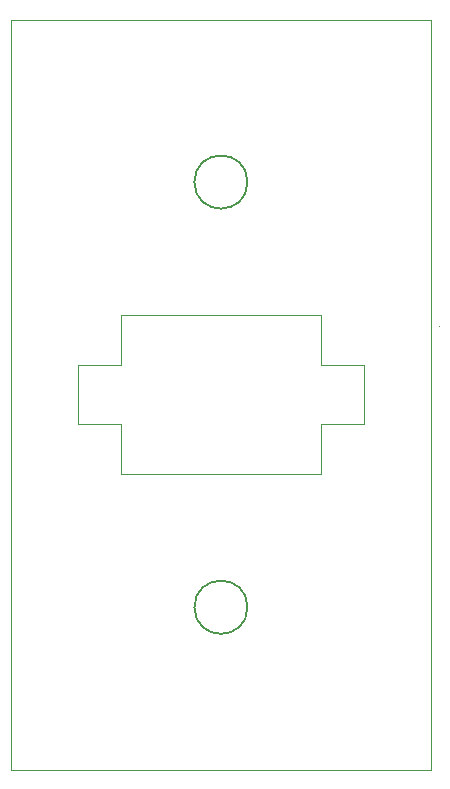
<source format=gbr>
%TF.GenerationSoftware,KiCad,Pcbnew,7.0.2*%
%TF.CreationDate,2023-11-03T15:57:14-06:00*%
%TF.ProjectId,micro-d-tes-aaray,6d696372-6f2d-4642-9d74-65732d616172,rev?*%
%TF.SameCoordinates,Original*%
%TF.FileFunction,Profile,NP*%
%FSLAX46Y46*%
G04 Gerber Fmt 4.6, Leading zero omitted, Abs format (unit mm)*
G04 Created by KiCad (PCBNEW 7.0.2) date 2023-11-03 15:57:14*
%MOMM*%
%LPD*%
G01*
G04 APERTURE LIST*
%TA.AperFunction,Profile*%
%ADD10C,0.100000*%
%TD*%
%TA.AperFunction,Profile*%
%ADD11C,0.150000*%
%TD*%
G04 APERTURE END LIST*
D10*
X0Y-63500000D02*
X35500000Y-63500000D01*
D11*
X20000000Y-49750000D02*
G75*
G03*
X20000000Y-49750000I-2250000J0D01*
G01*
D10*
X9250000Y-34250000D02*
X5680000Y-34250000D01*
X29820000Y-34250000D02*
X26250000Y-34250000D01*
X35500000Y-63500000D02*
X35500000Y0D01*
D11*
X20000000Y-13750000D02*
G75*
G03*
X20000000Y-13750000I-2250000J0D01*
G01*
D10*
X9250000Y-25000000D02*
X9250000Y-29250000D01*
X26250000Y-29250000D02*
X29820000Y-29250000D01*
X9250000Y-38500000D02*
X26250000Y-38500000D01*
X0Y0D02*
X35500000Y0D01*
X29820000Y-29250000D02*
X29820000Y-34250000D01*
X9250000Y-25000000D02*
X26250000Y-25000000D01*
X0Y-63500000D02*
X0Y0D01*
X9250000Y-34250000D02*
X9250000Y-38500000D01*
X26250000Y-38500000D02*
X26250000Y-34250000D01*
X26250000Y-29250000D02*
X26250000Y-25000000D01*
X36185000Y-25905000D02*
X36185000Y-25905000D01*
X5680000Y-29250000D02*
X5680000Y-34250000D01*
X5680000Y-29250000D02*
X9250000Y-29250000D01*
M02*

</source>
